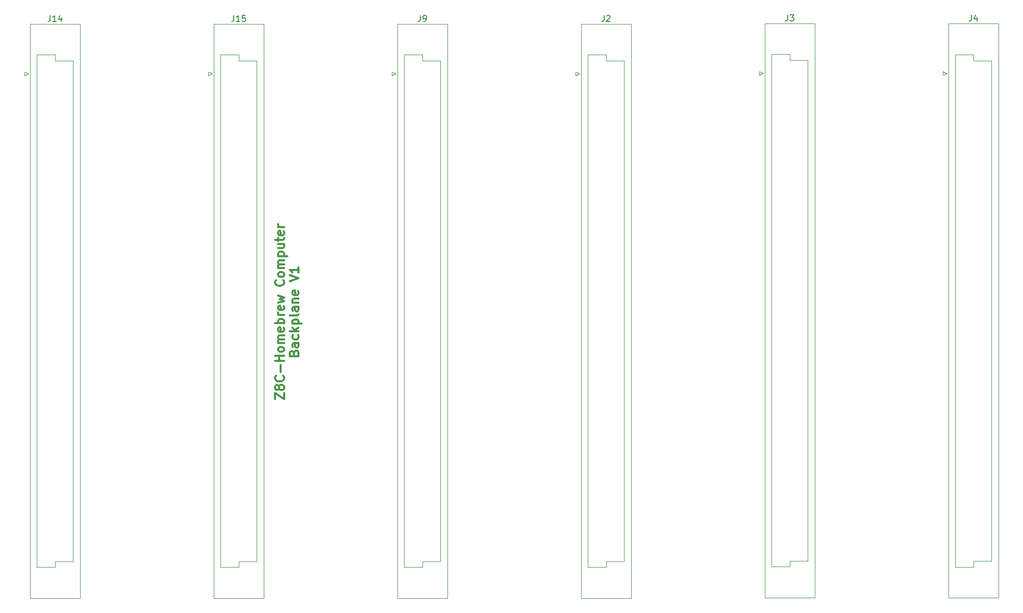
<source format=gbr>
%TF.GenerationSoftware,KiCad,Pcbnew,7.0.5*%
%TF.CreationDate,2023-12-07T16:06:55+01:00*%
%TF.ProjectId,Z80-Backplane,5a38302d-4261-4636-9b70-6c616e652e6b,rev?*%
%TF.SameCoordinates,Original*%
%TF.FileFunction,Legend,Top*%
%TF.FilePolarity,Positive*%
%FSLAX46Y46*%
G04 Gerber Fmt 4.6, Leading zero omitted, Abs format (unit mm)*
G04 Created by KiCad (PCBNEW 7.0.5) date 2023-12-07 16:06:55*
%MOMM*%
%LPD*%
G01*
G04 APERTURE LIST*
%ADD10C,0.300000*%
%ADD11C,0.150000*%
%ADD12C,0.120000*%
G04 APERTURE END LIST*
D10*
X97770828Y-125864285D02*
X97770828Y-124864285D01*
X97770828Y-124864285D02*
X99270828Y-125864285D01*
X99270828Y-125864285D02*
X99270828Y-124864285D01*
X98413685Y-124078571D02*
X98342257Y-124221428D01*
X98342257Y-124221428D02*
X98270828Y-124292857D01*
X98270828Y-124292857D02*
X98127971Y-124364285D01*
X98127971Y-124364285D02*
X98056542Y-124364285D01*
X98056542Y-124364285D02*
X97913685Y-124292857D01*
X97913685Y-124292857D02*
X97842257Y-124221428D01*
X97842257Y-124221428D02*
X97770828Y-124078571D01*
X97770828Y-124078571D02*
X97770828Y-123792857D01*
X97770828Y-123792857D02*
X97842257Y-123650000D01*
X97842257Y-123650000D02*
X97913685Y-123578571D01*
X97913685Y-123578571D02*
X98056542Y-123507142D01*
X98056542Y-123507142D02*
X98127971Y-123507142D01*
X98127971Y-123507142D02*
X98270828Y-123578571D01*
X98270828Y-123578571D02*
X98342257Y-123650000D01*
X98342257Y-123650000D02*
X98413685Y-123792857D01*
X98413685Y-123792857D02*
X98413685Y-124078571D01*
X98413685Y-124078571D02*
X98485114Y-124221428D01*
X98485114Y-124221428D02*
X98556542Y-124292857D01*
X98556542Y-124292857D02*
X98699400Y-124364285D01*
X98699400Y-124364285D02*
X98985114Y-124364285D01*
X98985114Y-124364285D02*
X99127971Y-124292857D01*
X99127971Y-124292857D02*
X99199400Y-124221428D01*
X99199400Y-124221428D02*
X99270828Y-124078571D01*
X99270828Y-124078571D02*
X99270828Y-123792857D01*
X99270828Y-123792857D02*
X99199400Y-123650000D01*
X99199400Y-123650000D02*
X99127971Y-123578571D01*
X99127971Y-123578571D02*
X98985114Y-123507142D01*
X98985114Y-123507142D02*
X98699400Y-123507142D01*
X98699400Y-123507142D02*
X98556542Y-123578571D01*
X98556542Y-123578571D02*
X98485114Y-123650000D01*
X98485114Y-123650000D02*
X98413685Y-123792857D01*
X99127971Y-122007143D02*
X99199400Y-122078571D01*
X99199400Y-122078571D02*
X99270828Y-122292857D01*
X99270828Y-122292857D02*
X99270828Y-122435714D01*
X99270828Y-122435714D02*
X99199400Y-122650000D01*
X99199400Y-122650000D02*
X99056542Y-122792857D01*
X99056542Y-122792857D02*
X98913685Y-122864286D01*
X98913685Y-122864286D02*
X98627971Y-122935714D01*
X98627971Y-122935714D02*
X98413685Y-122935714D01*
X98413685Y-122935714D02*
X98127971Y-122864286D01*
X98127971Y-122864286D02*
X97985114Y-122792857D01*
X97985114Y-122792857D02*
X97842257Y-122650000D01*
X97842257Y-122650000D02*
X97770828Y-122435714D01*
X97770828Y-122435714D02*
X97770828Y-122292857D01*
X97770828Y-122292857D02*
X97842257Y-122078571D01*
X97842257Y-122078571D02*
X97913685Y-122007143D01*
X98699400Y-121364286D02*
X98699400Y-120221429D01*
X99270828Y-119507143D02*
X97770828Y-119507143D01*
X98485114Y-119507143D02*
X98485114Y-118650000D01*
X99270828Y-118650000D02*
X97770828Y-118650000D01*
X99270828Y-117721428D02*
X99199400Y-117864285D01*
X99199400Y-117864285D02*
X99127971Y-117935714D01*
X99127971Y-117935714D02*
X98985114Y-118007142D01*
X98985114Y-118007142D02*
X98556542Y-118007142D01*
X98556542Y-118007142D02*
X98413685Y-117935714D01*
X98413685Y-117935714D02*
X98342257Y-117864285D01*
X98342257Y-117864285D02*
X98270828Y-117721428D01*
X98270828Y-117721428D02*
X98270828Y-117507142D01*
X98270828Y-117507142D02*
X98342257Y-117364285D01*
X98342257Y-117364285D02*
X98413685Y-117292857D01*
X98413685Y-117292857D02*
X98556542Y-117221428D01*
X98556542Y-117221428D02*
X98985114Y-117221428D01*
X98985114Y-117221428D02*
X99127971Y-117292857D01*
X99127971Y-117292857D02*
X99199400Y-117364285D01*
X99199400Y-117364285D02*
X99270828Y-117507142D01*
X99270828Y-117507142D02*
X99270828Y-117721428D01*
X99270828Y-116578571D02*
X98270828Y-116578571D01*
X98413685Y-116578571D02*
X98342257Y-116507142D01*
X98342257Y-116507142D02*
X98270828Y-116364285D01*
X98270828Y-116364285D02*
X98270828Y-116149999D01*
X98270828Y-116149999D02*
X98342257Y-116007142D01*
X98342257Y-116007142D02*
X98485114Y-115935714D01*
X98485114Y-115935714D02*
X99270828Y-115935714D01*
X98485114Y-115935714D02*
X98342257Y-115864285D01*
X98342257Y-115864285D02*
X98270828Y-115721428D01*
X98270828Y-115721428D02*
X98270828Y-115507142D01*
X98270828Y-115507142D02*
X98342257Y-115364285D01*
X98342257Y-115364285D02*
X98485114Y-115292856D01*
X98485114Y-115292856D02*
X99270828Y-115292856D01*
X99199400Y-114007142D02*
X99270828Y-114149999D01*
X99270828Y-114149999D02*
X99270828Y-114435714D01*
X99270828Y-114435714D02*
X99199400Y-114578571D01*
X99199400Y-114578571D02*
X99056542Y-114649999D01*
X99056542Y-114649999D02*
X98485114Y-114649999D01*
X98485114Y-114649999D02*
X98342257Y-114578571D01*
X98342257Y-114578571D02*
X98270828Y-114435714D01*
X98270828Y-114435714D02*
X98270828Y-114149999D01*
X98270828Y-114149999D02*
X98342257Y-114007142D01*
X98342257Y-114007142D02*
X98485114Y-113935714D01*
X98485114Y-113935714D02*
X98627971Y-113935714D01*
X98627971Y-113935714D02*
X98770828Y-114649999D01*
X99270828Y-113292857D02*
X97770828Y-113292857D01*
X98342257Y-113292857D02*
X98270828Y-113150000D01*
X98270828Y-113150000D02*
X98270828Y-112864285D01*
X98270828Y-112864285D02*
X98342257Y-112721428D01*
X98342257Y-112721428D02*
X98413685Y-112650000D01*
X98413685Y-112650000D02*
X98556542Y-112578571D01*
X98556542Y-112578571D02*
X98985114Y-112578571D01*
X98985114Y-112578571D02*
X99127971Y-112650000D01*
X99127971Y-112650000D02*
X99199400Y-112721428D01*
X99199400Y-112721428D02*
X99270828Y-112864285D01*
X99270828Y-112864285D02*
X99270828Y-113150000D01*
X99270828Y-113150000D02*
X99199400Y-113292857D01*
X99270828Y-111935714D02*
X98270828Y-111935714D01*
X98556542Y-111935714D02*
X98413685Y-111864285D01*
X98413685Y-111864285D02*
X98342257Y-111792857D01*
X98342257Y-111792857D02*
X98270828Y-111649999D01*
X98270828Y-111649999D02*
X98270828Y-111507142D01*
X99199400Y-110435714D02*
X99270828Y-110578571D01*
X99270828Y-110578571D02*
X99270828Y-110864286D01*
X99270828Y-110864286D02*
X99199400Y-111007143D01*
X99199400Y-111007143D02*
X99056542Y-111078571D01*
X99056542Y-111078571D02*
X98485114Y-111078571D01*
X98485114Y-111078571D02*
X98342257Y-111007143D01*
X98342257Y-111007143D02*
X98270828Y-110864286D01*
X98270828Y-110864286D02*
X98270828Y-110578571D01*
X98270828Y-110578571D02*
X98342257Y-110435714D01*
X98342257Y-110435714D02*
X98485114Y-110364286D01*
X98485114Y-110364286D02*
X98627971Y-110364286D01*
X98627971Y-110364286D02*
X98770828Y-111078571D01*
X98270828Y-109864286D02*
X99270828Y-109578572D01*
X99270828Y-109578572D02*
X98556542Y-109292857D01*
X98556542Y-109292857D02*
X99270828Y-109007143D01*
X99270828Y-109007143D02*
X98270828Y-108721429D01*
X99127971Y-106150000D02*
X99199400Y-106221428D01*
X99199400Y-106221428D02*
X99270828Y-106435714D01*
X99270828Y-106435714D02*
X99270828Y-106578571D01*
X99270828Y-106578571D02*
X99199400Y-106792857D01*
X99199400Y-106792857D02*
X99056542Y-106935714D01*
X99056542Y-106935714D02*
X98913685Y-107007143D01*
X98913685Y-107007143D02*
X98627971Y-107078571D01*
X98627971Y-107078571D02*
X98413685Y-107078571D01*
X98413685Y-107078571D02*
X98127971Y-107007143D01*
X98127971Y-107007143D02*
X97985114Y-106935714D01*
X97985114Y-106935714D02*
X97842257Y-106792857D01*
X97842257Y-106792857D02*
X97770828Y-106578571D01*
X97770828Y-106578571D02*
X97770828Y-106435714D01*
X97770828Y-106435714D02*
X97842257Y-106221428D01*
X97842257Y-106221428D02*
X97913685Y-106150000D01*
X99270828Y-105292857D02*
X99199400Y-105435714D01*
X99199400Y-105435714D02*
X99127971Y-105507143D01*
X99127971Y-105507143D02*
X98985114Y-105578571D01*
X98985114Y-105578571D02*
X98556542Y-105578571D01*
X98556542Y-105578571D02*
X98413685Y-105507143D01*
X98413685Y-105507143D02*
X98342257Y-105435714D01*
X98342257Y-105435714D02*
X98270828Y-105292857D01*
X98270828Y-105292857D02*
X98270828Y-105078571D01*
X98270828Y-105078571D02*
X98342257Y-104935714D01*
X98342257Y-104935714D02*
X98413685Y-104864286D01*
X98413685Y-104864286D02*
X98556542Y-104792857D01*
X98556542Y-104792857D02*
X98985114Y-104792857D01*
X98985114Y-104792857D02*
X99127971Y-104864286D01*
X99127971Y-104864286D02*
X99199400Y-104935714D01*
X99199400Y-104935714D02*
X99270828Y-105078571D01*
X99270828Y-105078571D02*
X99270828Y-105292857D01*
X99270828Y-104150000D02*
X98270828Y-104150000D01*
X98413685Y-104150000D02*
X98342257Y-104078571D01*
X98342257Y-104078571D02*
X98270828Y-103935714D01*
X98270828Y-103935714D02*
X98270828Y-103721428D01*
X98270828Y-103721428D02*
X98342257Y-103578571D01*
X98342257Y-103578571D02*
X98485114Y-103507143D01*
X98485114Y-103507143D02*
X99270828Y-103507143D01*
X98485114Y-103507143D02*
X98342257Y-103435714D01*
X98342257Y-103435714D02*
X98270828Y-103292857D01*
X98270828Y-103292857D02*
X98270828Y-103078571D01*
X98270828Y-103078571D02*
X98342257Y-102935714D01*
X98342257Y-102935714D02*
X98485114Y-102864285D01*
X98485114Y-102864285D02*
X99270828Y-102864285D01*
X98270828Y-102150000D02*
X99770828Y-102150000D01*
X98342257Y-102150000D02*
X98270828Y-102007143D01*
X98270828Y-102007143D02*
X98270828Y-101721428D01*
X98270828Y-101721428D02*
X98342257Y-101578571D01*
X98342257Y-101578571D02*
X98413685Y-101507143D01*
X98413685Y-101507143D02*
X98556542Y-101435714D01*
X98556542Y-101435714D02*
X98985114Y-101435714D01*
X98985114Y-101435714D02*
X99127971Y-101507143D01*
X99127971Y-101507143D02*
X99199400Y-101578571D01*
X99199400Y-101578571D02*
X99270828Y-101721428D01*
X99270828Y-101721428D02*
X99270828Y-102007143D01*
X99270828Y-102007143D02*
X99199400Y-102150000D01*
X98270828Y-100150000D02*
X99270828Y-100150000D01*
X98270828Y-100792857D02*
X99056542Y-100792857D01*
X99056542Y-100792857D02*
X99199400Y-100721428D01*
X99199400Y-100721428D02*
X99270828Y-100578571D01*
X99270828Y-100578571D02*
X99270828Y-100364285D01*
X99270828Y-100364285D02*
X99199400Y-100221428D01*
X99199400Y-100221428D02*
X99127971Y-100150000D01*
X98270828Y-99649999D02*
X98270828Y-99078571D01*
X97770828Y-99435714D02*
X99056542Y-99435714D01*
X99056542Y-99435714D02*
X99199400Y-99364285D01*
X99199400Y-99364285D02*
X99270828Y-99221428D01*
X99270828Y-99221428D02*
X99270828Y-99078571D01*
X99199400Y-98007142D02*
X99270828Y-98149999D01*
X99270828Y-98149999D02*
X99270828Y-98435714D01*
X99270828Y-98435714D02*
X99199400Y-98578571D01*
X99199400Y-98578571D02*
X99056542Y-98649999D01*
X99056542Y-98649999D02*
X98485114Y-98649999D01*
X98485114Y-98649999D02*
X98342257Y-98578571D01*
X98342257Y-98578571D02*
X98270828Y-98435714D01*
X98270828Y-98435714D02*
X98270828Y-98149999D01*
X98270828Y-98149999D02*
X98342257Y-98007142D01*
X98342257Y-98007142D02*
X98485114Y-97935714D01*
X98485114Y-97935714D02*
X98627971Y-97935714D01*
X98627971Y-97935714D02*
X98770828Y-98649999D01*
X99270828Y-97292857D02*
X98270828Y-97292857D01*
X98556542Y-97292857D02*
X98413685Y-97221428D01*
X98413685Y-97221428D02*
X98342257Y-97150000D01*
X98342257Y-97150000D02*
X98270828Y-97007142D01*
X98270828Y-97007142D02*
X98270828Y-96864285D01*
X100900114Y-118221428D02*
X100971542Y-118007142D01*
X100971542Y-118007142D02*
X101042971Y-117935713D01*
X101042971Y-117935713D02*
X101185828Y-117864285D01*
X101185828Y-117864285D02*
X101400114Y-117864285D01*
X101400114Y-117864285D02*
X101542971Y-117935713D01*
X101542971Y-117935713D02*
X101614400Y-118007142D01*
X101614400Y-118007142D02*
X101685828Y-118149999D01*
X101685828Y-118149999D02*
X101685828Y-118721428D01*
X101685828Y-118721428D02*
X100185828Y-118721428D01*
X100185828Y-118721428D02*
X100185828Y-118221428D01*
X100185828Y-118221428D02*
X100257257Y-118078571D01*
X100257257Y-118078571D02*
X100328685Y-118007142D01*
X100328685Y-118007142D02*
X100471542Y-117935713D01*
X100471542Y-117935713D02*
X100614400Y-117935713D01*
X100614400Y-117935713D02*
X100757257Y-118007142D01*
X100757257Y-118007142D02*
X100828685Y-118078571D01*
X100828685Y-118078571D02*
X100900114Y-118221428D01*
X100900114Y-118221428D02*
X100900114Y-118721428D01*
X101685828Y-116578571D02*
X100900114Y-116578571D01*
X100900114Y-116578571D02*
X100757257Y-116649999D01*
X100757257Y-116649999D02*
X100685828Y-116792856D01*
X100685828Y-116792856D02*
X100685828Y-117078571D01*
X100685828Y-117078571D02*
X100757257Y-117221428D01*
X101614400Y-116578571D02*
X101685828Y-116721428D01*
X101685828Y-116721428D02*
X101685828Y-117078571D01*
X101685828Y-117078571D02*
X101614400Y-117221428D01*
X101614400Y-117221428D02*
X101471542Y-117292856D01*
X101471542Y-117292856D02*
X101328685Y-117292856D01*
X101328685Y-117292856D02*
X101185828Y-117221428D01*
X101185828Y-117221428D02*
X101114400Y-117078571D01*
X101114400Y-117078571D02*
X101114400Y-116721428D01*
X101114400Y-116721428D02*
X101042971Y-116578571D01*
X101614400Y-115221428D02*
X101685828Y-115364285D01*
X101685828Y-115364285D02*
X101685828Y-115649999D01*
X101685828Y-115649999D02*
X101614400Y-115792856D01*
X101614400Y-115792856D02*
X101542971Y-115864285D01*
X101542971Y-115864285D02*
X101400114Y-115935713D01*
X101400114Y-115935713D02*
X100971542Y-115935713D01*
X100971542Y-115935713D02*
X100828685Y-115864285D01*
X100828685Y-115864285D02*
X100757257Y-115792856D01*
X100757257Y-115792856D02*
X100685828Y-115649999D01*
X100685828Y-115649999D02*
X100685828Y-115364285D01*
X100685828Y-115364285D02*
X100757257Y-115221428D01*
X101685828Y-114578571D02*
X100185828Y-114578571D01*
X101114400Y-114435714D02*
X101685828Y-114007142D01*
X100685828Y-114007142D02*
X101257257Y-114578571D01*
X100685828Y-113364285D02*
X102185828Y-113364285D01*
X100757257Y-113364285D02*
X100685828Y-113221428D01*
X100685828Y-113221428D02*
X100685828Y-112935713D01*
X100685828Y-112935713D02*
X100757257Y-112792856D01*
X100757257Y-112792856D02*
X100828685Y-112721428D01*
X100828685Y-112721428D02*
X100971542Y-112649999D01*
X100971542Y-112649999D02*
X101400114Y-112649999D01*
X101400114Y-112649999D02*
X101542971Y-112721428D01*
X101542971Y-112721428D02*
X101614400Y-112792856D01*
X101614400Y-112792856D02*
X101685828Y-112935713D01*
X101685828Y-112935713D02*
X101685828Y-113221428D01*
X101685828Y-113221428D02*
X101614400Y-113364285D01*
X101685828Y-111792856D02*
X101614400Y-111935713D01*
X101614400Y-111935713D02*
X101471542Y-112007142D01*
X101471542Y-112007142D02*
X100185828Y-112007142D01*
X101685828Y-110578571D02*
X100900114Y-110578571D01*
X100900114Y-110578571D02*
X100757257Y-110649999D01*
X100757257Y-110649999D02*
X100685828Y-110792856D01*
X100685828Y-110792856D02*
X100685828Y-111078571D01*
X100685828Y-111078571D02*
X100757257Y-111221428D01*
X101614400Y-110578571D02*
X101685828Y-110721428D01*
X101685828Y-110721428D02*
X101685828Y-111078571D01*
X101685828Y-111078571D02*
X101614400Y-111221428D01*
X101614400Y-111221428D02*
X101471542Y-111292856D01*
X101471542Y-111292856D02*
X101328685Y-111292856D01*
X101328685Y-111292856D02*
X101185828Y-111221428D01*
X101185828Y-111221428D02*
X101114400Y-111078571D01*
X101114400Y-111078571D02*
X101114400Y-110721428D01*
X101114400Y-110721428D02*
X101042971Y-110578571D01*
X100685828Y-109864285D02*
X101685828Y-109864285D01*
X100828685Y-109864285D02*
X100757257Y-109792856D01*
X100757257Y-109792856D02*
X100685828Y-109649999D01*
X100685828Y-109649999D02*
X100685828Y-109435713D01*
X100685828Y-109435713D02*
X100757257Y-109292856D01*
X100757257Y-109292856D02*
X100900114Y-109221428D01*
X100900114Y-109221428D02*
X101685828Y-109221428D01*
X101614400Y-107935713D02*
X101685828Y-108078570D01*
X101685828Y-108078570D02*
X101685828Y-108364285D01*
X101685828Y-108364285D02*
X101614400Y-108507142D01*
X101614400Y-108507142D02*
X101471542Y-108578570D01*
X101471542Y-108578570D02*
X100900114Y-108578570D01*
X100900114Y-108578570D02*
X100757257Y-108507142D01*
X100757257Y-108507142D02*
X100685828Y-108364285D01*
X100685828Y-108364285D02*
X100685828Y-108078570D01*
X100685828Y-108078570D02*
X100757257Y-107935713D01*
X100757257Y-107935713D02*
X100900114Y-107864285D01*
X100900114Y-107864285D02*
X101042971Y-107864285D01*
X101042971Y-107864285D02*
X101185828Y-108578570D01*
X100185828Y-106292856D02*
X101685828Y-105792856D01*
X101685828Y-105792856D02*
X100185828Y-105292856D01*
X101685828Y-104007142D02*
X101685828Y-104864285D01*
X101685828Y-104435714D02*
X100185828Y-104435714D01*
X100185828Y-104435714D02*
X100400114Y-104578571D01*
X100400114Y-104578571D02*
X100542971Y-104721428D01*
X100542971Y-104721428D02*
X100614400Y-104864285D01*
D11*
%TO.C,J3*%
X182856666Y-62124819D02*
X182856666Y-62839104D01*
X182856666Y-62839104D02*
X182809047Y-62981961D01*
X182809047Y-62981961D02*
X182713809Y-63077200D01*
X182713809Y-63077200D02*
X182570952Y-63124819D01*
X182570952Y-63124819D02*
X182475714Y-63124819D01*
X183237619Y-62124819D02*
X183856666Y-62124819D01*
X183856666Y-62124819D02*
X183523333Y-62505771D01*
X183523333Y-62505771D02*
X183666190Y-62505771D01*
X183666190Y-62505771D02*
X183761428Y-62553390D01*
X183761428Y-62553390D02*
X183809047Y-62601009D01*
X183809047Y-62601009D02*
X183856666Y-62696247D01*
X183856666Y-62696247D02*
X183856666Y-62934342D01*
X183856666Y-62934342D02*
X183809047Y-63029580D01*
X183809047Y-63029580D02*
X183761428Y-63077200D01*
X183761428Y-63077200D02*
X183666190Y-63124819D01*
X183666190Y-63124819D02*
X183380476Y-63124819D01*
X183380476Y-63124819D02*
X183285238Y-63077200D01*
X183285238Y-63077200D02*
X183237619Y-63029580D01*
%TO.C,J4*%
X213336666Y-62154819D02*
X213336666Y-62869104D01*
X213336666Y-62869104D02*
X213289047Y-63011961D01*
X213289047Y-63011961D02*
X213193809Y-63107200D01*
X213193809Y-63107200D02*
X213050952Y-63154819D01*
X213050952Y-63154819D02*
X212955714Y-63154819D01*
X214241428Y-62488152D02*
X214241428Y-63154819D01*
X214003333Y-62107200D02*
X213765238Y-62821485D01*
X213765238Y-62821485D02*
X214384285Y-62821485D01*
%TO.C,J14*%
X60460476Y-62204819D02*
X60460476Y-62919104D01*
X60460476Y-62919104D02*
X60412857Y-63061961D01*
X60412857Y-63061961D02*
X60317619Y-63157200D01*
X60317619Y-63157200D02*
X60174762Y-63204819D01*
X60174762Y-63204819D02*
X60079524Y-63204819D01*
X61460476Y-63204819D02*
X60889048Y-63204819D01*
X61174762Y-63204819D02*
X61174762Y-62204819D01*
X61174762Y-62204819D02*
X61079524Y-62347676D01*
X61079524Y-62347676D02*
X60984286Y-62442914D01*
X60984286Y-62442914D02*
X60889048Y-62490533D01*
X62317619Y-62538152D02*
X62317619Y-63204819D01*
X62079524Y-62157200D02*
X61841429Y-62871485D01*
X61841429Y-62871485D02*
X62460476Y-62871485D01*
%TO.C,J2*%
X152376666Y-62204819D02*
X152376666Y-62919104D01*
X152376666Y-62919104D02*
X152329047Y-63061961D01*
X152329047Y-63061961D02*
X152233809Y-63157200D01*
X152233809Y-63157200D02*
X152090952Y-63204819D01*
X152090952Y-63204819D02*
X151995714Y-63204819D01*
X152805238Y-62300057D02*
X152852857Y-62252438D01*
X152852857Y-62252438D02*
X152948095Y-62204819D01*
X152948095Y-62204819D02*
X153186190Y-62204819D01*
X153186190Y-62204819D02*
X153281428Y-62252438D01*
X153281428Y-62252438D02*
X153329047Y-62300057D01*
X153329047Y-62300057D02*
X153376666Y-62395295D01*
X153376666Y-62395295D02*
X153376666Y-62490533D01*
X153376666Y-62490533D02*
X153329047Y-62633390D01*
X153329047Y-62633390D02*
X152757619Y-63204819D01*
X152757619Y-63204819D02*
X153376666Y-63204819D01*
%TO.C,J15*%
X90940476Y-62204819D02*
X90940476Y-62919104D01*
X90940476Y-62919104D02*
X90892857Y-63061961D01*
X90892857Y-63061961D02*
X90797619Y-63157200D01*
X90797619Y-63157200D02*
X90654762Y-63204819D01*
X90654762Y-63204819D02*
X90559524Y-63204819D01*
X91940476Y-63204819D02*
X91369048Y-63204819D01*
X91654762Y-63204819D02*
X91654762Y-62204819D01*
X91654762Y-62204819D02*
X91559524Y-62347676D01*
X91559524Y-62347676D02*
X91464286Y-62442914D01*
X91464286Y-62442914D02*
X91369048Y-62490533D01*
X92845238Y-62204819D02*
X92369048Y-62204819D01*
X92369048Y-62204819D02*
X92321429Y-62681009D01*
X92321429Y-62681009D02*
X92369048Y-62633390D01*
X92369048Y-62633390D02*
X92464286Y-62585771D01*
X92464286Y-62585771D02*
X92702381Y-62585771D01*
X92702381Y-62585771D02*
X92797619Y-62633390D01*
X92797619Y-62633390D02*
X92845238Y-62681009D01*
X92845238Y-62681009D02*
X92892857Y-62776247D01*
X92892857Y-62776247D02*
X92892857Y-63014342D01*
X92892857Y-63014342D02*
X92845238Y-63109580D01*
X92845238Y-63109580D02*
X92797619Y-63157200D01*
X92797619Y-63157200D02*
X92702381Y-63204819D01*
X92702381Y-63204819D02*
X92464286Y-63204819D01*
X92464286Y-63204819D02*
X92369048Y-63157200D01*
X92369048Y-63157200D02*
X92321429Y-63109580D01*
%TO.C,J9*%
X121896666Y-62204819D02*
X121896666Y-62919104D01*
X121896666Y-62919104D02*
X121849047Y-63061961D01*
X121849047Y-63061961D02*
X121753809Y-63157200D01*
X121753809Y-63157200D02*
X121610952Y-63204819D01*
X121610952Y-63204819D02*
X121515714Y-63204819D01*
X122420476Y-63204819D02*
X122610952Y-63204819D01*
X122610952Y-63204819D02*
X122706190Y-63157200D01*
X122706190Y-63157200D02*
X122753809Y-63109580D01*
X122753809Y-63109580D02*
X122849047Y-62966723D01*
X122849047Y-62966723D02*
X122896666Y-62776247D01*
X122896666Y-62776247D02*
X122896666Y-62395295D01*
X122896666Y-62395295D02*
X122849047Y-62300057D01*
X122849047Y-62300057D02*
X122801428Y-62252438D01*
X122801428Y-62252438D02*
X122706190Y-62204819D01*
X122706190Y-62204819D02*
X122515714Y-62204819D01*
X122515714Y-62204819D02*
X122420476Y-62252438D01*
X122420476Y-62252438D02*
X122372857Y-62300057D01*
X122372857Y-62300057D02*
X122325238Y-62395295D01*
X122325238Y-62395295D02*
X122325238Y-62633390D01*
X122325238Y-62633390D02*
X122372857Y-62728628D01*
X122372857Y-62728628D02*
X122420476Y-62776247D01*
X122420476Y-62776247D02*
X122515714Y-62823866D01*
X122515714Y-62823866D02*
X122706190Y-62823866D01*
X122706190Y-62823866D02*
X122801428Y-62776247D01*
X122801428Y-62776247D02*
X122849047Y-62728628D01*
X122849047Y-62728628D02*
X122896666Y-62633390D01*
D12*
%TO.C,J3*%
X178160000Y-71500000D02*
X178160000Y-72100000D01*
X178160000Y-72100000D02*
X178840000Y-71800000D01*
X178840000Y-71800000D02*
X178160000Y-71500000D01*
X179030000Y-63560000D02*
X187350000Y-63560000D01*
X179030000Y-158780000D02*
X179030000Y-63560000D01*
X180190000Y-68669000D02*
X183190000Y-68669000D01*
X180190000Y-153670000D02*
X180190000Y-68669000D01*
X183190000Y-68669000D02*
X183190000Y-69669000D01*
X183190000Y-69669000D02*
X186190000Y-69669000D01*
X183190000Y-152670000D02*
X183190000Y-153670000D01*
X183190000Y-153670000D02*
X180190000Y-153670000D01*
X186190000Y-69669000D02*
X186190000Y-152670000D01*
X186190000Y-152670000D02*
X183190000Y-152670000D01*
X187350000Y-63560000D02*
X187350000Y-158780000D01*
X187350000Y-158780000D02*
X179030000Y-158780000D01*
%TO.C,J4*%
X208640000Y-71530000D02*
X208640000Y-72130000D01*
X208640000Y-72130000D02*
X209320000Y-71830000D01*
X209320000Y-71830000D02*
X208640000Y-71530000D01*
X209510000Y-63590000D02*
X217830000Y-63590000D01*
X209510000Y-158810000D02*
X209510000Y-63590000D01*
X210670000Y-68699000D02*
X213670000Y-68699000D01*
X210670000Y-153700000D02*
X210670000Y-68699000D01*
X213670000Y-68699000D02*
X213670000Y-69699000D01*
X213670000Y-69699000D02*
X216670000Y-69699000D01*
X213670000Y-152700000D02*
X213670000Y-153700000D01*
X213670000Y-153700000D02*
X210670000Y-153700000D01*
X216670000Y-69699000D02*
X216670000Y-152700000D01*
X216670000Y-152700000D02*
X213670000Y-152700000D01*
X217830000Y-63590000D02*
X217830000Y-158810000D01*
X217830000Y-158810000D02*
X209510000Y-158810000D01*
%TO.C,J14*%
X56240000Y-71580000D02*
X56240000Y-72180000D01*
X56240000Y-72180000D02*
X56920000Y-71880000D01*
X56920000Y-71880000D02*
X56240000Y-71580000D01*
X57110000Y-63640000D02*
X65430000Y-63640000D01*
X57110000Y-158860000D02*
X57110000Y-63640000D01*
X58270000Y-68749000D02*
X61270000Y-68749000D01*
X58270000Y-153750000D02*
X58270000Y-68749000D01*
X61270000Y-68749000D02*
X61270000Y-69749000D01*
X61270000Y-69749000D02*
X64270000Y-69749000D01*
X61270000Y-152750000D02*
X61270000Y-153750000D01*
X61270000Y-153750000D02*
X58270000Y-153750000D01*
X64270000Y-69749000D02*
X64270000Y-152750000D01*
X64270000Y-152750000D02*
X61270000Y-152750000D01*
X65430000Y-63640000D02*
X65430000Y-158860000D01*
X65430000Y-158860000D02*
X57110000Y-158860000D01*
%TO.C,J2*%
X147680000Y-71580000D02*
X147680000Y-72180000D01*
X147680000Y-72180000D02*
X148360000Y-71880000D01*
X148360000Y-71880000D02*
X147680000Y-71580000D01*
X148550000Y-63640000D02*
X156870000Y-63640000D01*
X148550000Y-158860000D02*
X148550000Y-63640000D01*
X149710000Y-68749000D02*
X152710000Y-68749000D01*
X149710000Y-153750000D02*
X149710000Y-68749000D01*
X152710000Y-68749000D02*
X152710000Y-69749000D01*
X152710000Y-69749000D02*
X155710000Y-69749000D01*
X152710000Y-152750000D02*
X152710000Y-153750000D01*
X152710000Y-153750000D02*
X149710000Y-153750000D01*
X155710000Y-69749000D02*
X155710000Y-152750000D01*
X155710000Y-152750000D02*
X152710000Y-152750000D01*
X156870000Y-63640000D02*
X156870000Y-158860000D01*
X156870000Y-158860000D02*
X148550000Y-158860000D01*
%TO.C,J15*%
X86720000Y-71580000D02*
X86720000Y-72180000D01*
X86720000Y-72180000D02*
X87400000Y-71880000D01*
X87400000Y-71880000D02*
X86720000Y-71580000D01*
X87590000Y-63640000D02*
X95910000Y-63640000D01*
X87590000Y-158860000D02*
X87590000Y-63640000D01*
X88750000Y-68749000D02*
X91750000Y-68749000D01*
X88750000Y-153750000D02*
X88750000Y-68749000D01*
X91750000Y-68749000D02*
X91750000Y-69749000D01*
X91750000Y-69749000D02*
X94750000Y-69749000D01*
X91750000Y-152750000D02*
X91750000Y-153750000D01*
X91750000Y-153750000D02*
X88750000Y-153750000D01*
X94750000Y-69749000D02*
X94750000Y-152750000D01*
X94750000Y-152750000D02*
X91750000Y-152750000D01*
X95910000Y-63640000D02*
X95910000Y-158860000D01*
X95910000Y-158860000D02*
X87590000Y-158860000D01*
%TO.C,J9*%
X117200000Y-71580000D02*
X117200000Y-72180000D01*
X117200000Y-72180000D02*
X117880000Y-71880000D01*
X117880000Y-71880000D02*
X117200000Y-71580000D01*
X118070000Y-63640000D02*
X126390000Y-63640000D01*
X118070000Y-158860000D02*
X118070000Y-63640000D01*
X119230000Y-68749000D02*
X122230000Y-68749000D01*
X119230000Y-153750000D02*
X119230000Y-68749000D01*
X122230000Y-68749000D02*
X122230000Y-69749000D01*
X122230000Y-69749000D02*
X125230000Y-69749000D01*
X122230000Y-152750000D02*
X122230000Y-153750000D01*
X122230000Y-153750000D02*
X119230000Y-153750000D01*
X125230000Y-69749000D02*
X125230000Y-152750000D01*
X125230000Y-152750000D02*
X122230000Y-152750000D01*
X126390000Y-63640000D02*
X126390000Y-158860000D01*
X126390000Y-158860000D02*
X118070000Y-158860000D01*
%TD*%
M02*

</source>
